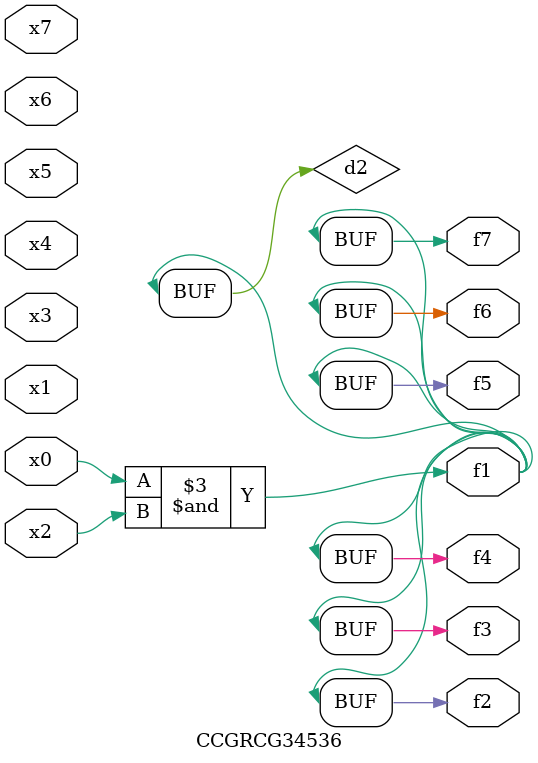
<source format=v>
module CCGRCG34536(
	input x0, x1, x2, x3, x4, x5, x6, x7,
	output f1, f2, f3, f4, f5, f6, f7
);

	wire d1, d2;

	nor (d1, x3, x6);
	and (d2, x0, x2);
	assign f1 = d2;
	assign f2 = d2;
	assign f3 = d2;
	assign f4 = d2;
	assign f5 = d2;
	assign f6 = d2;
	assign f7 = d2;
endmodule

</source>
